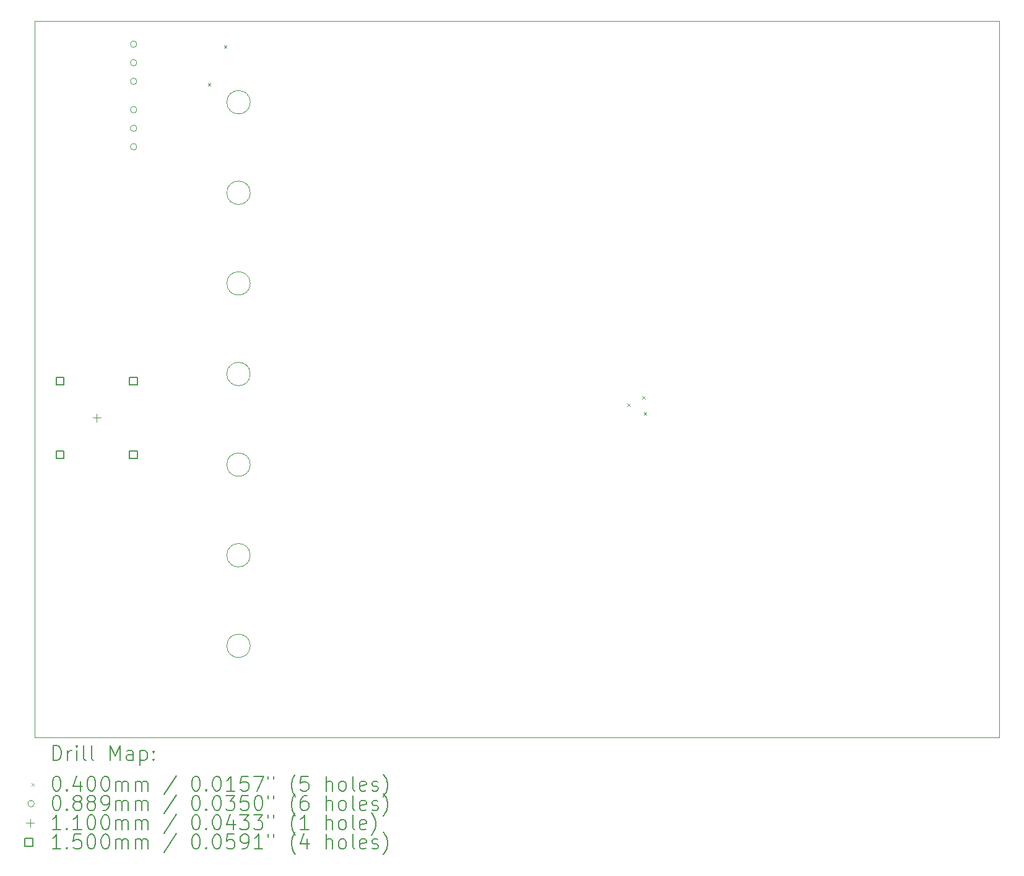
<source format=gbr>
%TF.GenerationSoftware,KiCad,Pcbnew,(6.0.8-1)-1*%
%TF.CreationDate,2022-10-31T21:03:16-04:00*%
%TF.ProjectId,Untitled,556e7469-746c-4656-942e-6b696361645f,rev?*%
%TF.SameCoordinates,Original*%
%TF.FileFunction,Drillmap*%
%TF.FilePolarity,Positive*%
%FSLAX45Y45*%
G04 Gerber Fmt 4.5, Leading zero omitted, Abs format (unit mm)*
G04 Created by KiCad (PCBNEW (6.0.8-1)-1) date 2022-10-31 21:03:16*
%MOMM*%
%LPD*%
G01*
G04 APERTURE LIST*
%ADD10C,0.100000*%
%ADD11C,0.200000*%
%ADD12C,0.040000*%
%ADD13C,0.088900*%
%ADD14C,0.110000*%
%ADD15C,0.150000*%
G04 APERTURE END LIST*
D10*
X7520000Y-5640000D02*
G75*
G03*
X7520000Y-5640000I-160000J0D01*
G01*
X7520000Y-11840000D02*
G75*
G03*
X7520000Y-11840000I-160000J0D01*
G01*
X7520000Y-10600000D02*
G75*
G03*
X7520000Y-10600000I-160000J0D01*
G01*
X4572000Y-3292000D02*
X17764000Y-3292000D01*
X17764000Y-3292000D02*
X17764000Y-13091000D01*
X17764000Y-13091000D02*
X4572000Y-13091000D01*
X4572000Y-13091000D02*
X4572000Y-3292000D01*
X7520000Y-6880000D02*
G75*
G03*
X7520000Y-6880000I-160000J0D01*
G01*
X7520000Y-8120000D02*
G75*
G03*
X7520000Y-8120000I-160000J0D01*
G01*
X7520000Y-9360000D02*
G75*
G03*
X7520000Y-9360000I-160000J0D01*
G01*
X7520000Y-4400000D02*
G75*
G03*
X7520000Y-4400000I-160000J0D01*
G01*
D11*
D12*
X6940000Y-4140000D02*
X6980000Y-4180000D01*
X6980000Y-4140000D02*
X6940000Y-4180000D01*
X7160000Y-3620000D02*
X7200000Y-3660000D01*
X7200000Y-3620000D02*
X7160000Y-3660000D01*
X12678000Y-8522000D02*
X12718000Y-8562000D01*
X12718000Y-8522000D02*
X12678000Y-8562000D01*
X12880000Y-8420000D02*
X12920000Y-8460000D01*
X12920000Y-8420000D02*
X12880000Y-8460000D01*
X12900000Y-8640000D02*
X12940000Y-8680000D01*
X12940000Y-8640000D02*
X12900000Y-8680000D01*
D13*
X5969460Y-3604750D02*
G75*
G03*
X5969460Y-3604750I-44450J0D01*
G01*
X5969460Y-3858750D02*
G75*
G03*
X5969460Y-3858750I-44450J0D01*
G01*
X5969460Y-4112750D02*
G75*
G03*
X5969460Y-4112750I-44450J0D01*
G01*
X5969460Y-4501250D02*
G75*
G03*
X5969460Y-4501250I-44450J0D01*
G01*
X5969460Y-4755250D02*
G75*
G03*
X5969460Y-4755250I-44450J0D01*
G01*
X5969460Y-5009250D02*
G75*
G03*
X5969460Y-5009250I-44450J0D01*
G01*
D14*
X5420000Y-8665000D02*
X5420000Y-8775000D01*
X5365000Y-8720000D02*
X5475000Y-8720000D01*
D15*
X4970534Y-8270533D02*
X4970534Y-8164466D01*
X4864467Y-8164466D01*
X4864467Y-8270533D01*
X4970534Y-8270533D01*
X4970534Y-9275534D02*
X4970534Y-9169467D01*
X4864467Y-9169467D01*
X4864467Y-9275534D01*
X4970534Y-9275534D01*
X5975533Y-8270533D02*
X5975533Y-8164466D01*
X5869466Y-8164466D01*
X5869466Y-8270533D01*
X5975533Y-8270533D01*
X5975533Y-9275534D02*
X5975533Y-9169467D01*
X5869466Y-9169467D01*
X5869466Y-9275534D01*
X5975533Y-9275534D01*
D11*
X4824619Y-13406476D02*
X4824619Y-13206476D01*
X4872238Y-13206476D01*
X4900810Y-13216000D01*
X4919857Y-13235048D01*
X4929381Y-13254095D01*
X4938905Y-13292190D01*
X4938905Y-13320762D01*
X4929381Y-13358857D01*
X4919857Y-13377905D01*
X4900810Y-13396952D01*
X4872238Y-13406476D01*
X4824619Y-13406476D01*
X5024619Y-13406476D02*
X5024619Y-13273143D01*
X5024619Y-13311238D02*
X5034143Y-13292190D01*
X5043667Y-13282667D01*
X5062714Y-13273143D01*
X5081762Y-13273143D01*
X5148429Y-13406476D02*
X5148429Y-13273143D01*
X5148429Y-13206476D02*
X5138905Y-13216000D01*
X5148429Y-13225524D01*
X5157952Y-13216000D01*
X5148429Y-13206476D01*
X5148429Y-13225524D01*
X5272238Y-13406476D02*
X5253190Y-13396952D01*
X5243667Y-13377905D01*
X5243667Y-13206476D01*
X5377000Y-13406476D02*
X5357952Y-13396952D01*
X5348429Y-13377905D01*
X5348429Y-13206476D01*
X5605571Y-13406476D02*
X5605571Y-13206476D01*
X5672238Y-13349333D01*
X5738905Y-13206476D01*
X5738905Y-13406476D01*
X5919857Y-13406476D02*
X5919857Y-13301714D01*
X5910333Y-13282667D01*
X5891286Y-13273143D01*
X5853190Y-13273143D01*
X5834143Y-13282667D01*
X5919857Y-13396952D02*
X5900809Y-13406476D01*
X5853190Y-13406476D01*
X5834143Y-13396952D01*
X5824619Y-13377905D01*
X5824619Y-13358857D01*
X5834143Y-13339809D01*
X5853190Y-13330286D01*
X5900809Y-13330286D01*
X5919857Y-13320762D01*
X6015095Y-13273143D02*
X6015095Y-13473143D01*
X6015095Y-13282667D02*
X6034143Y-13273143D01*
X6072238Y-13273143D01*
X6091286Y-13282667D01*
X6100809Y-13292190D01*
X6110333Y-13311238D01*
X6110333Y-13368381D01*
X6100809Y-13387428D01*
X6091286Y-13396952D01*
X6072238Y-13406476D01*
X6034143Y-13406476D01*
X6015095Y-13396952D01*
X6196048Y-13387428D02*
X6205571Y-13396952D01*
X6196048Y-13406476D01*
X6186524Y-13396952D01*
X6196048Y-13387428D01*
X6196048Y-13406476D01*
X6196048Y-13282667D02*
X6205571Y-13292190D01*
X6196048Y-13301714D01*
X6186524Y-13292190D01*
X6196048Y-13282667D01*
X6196048Y-13301714D01*
D12*
X4527000Y-13716000D02*
X4567000Y-13756000D01*
X4567000Y-13716000D02*
X4527000Y-13756000D01*
D11*
X4862714Y-13626476D02*
X4881762Y-13626476D01*
X4900810Y-13636000D01*
X4910333Y-13645524D01*
X4919857Y-13664571D01*
X4929381Y-13702667D01*
X4929381Y-13750286D01*
X4919857Y-13788381D01*
X4910333Y-13807428D01*
X4900810Y-13816952D01*
X4881762Y-13826476D01*
X4862714Y-13826476D01*
X4843667Y-13816952D01*
X4834143Y-13807428D01*
X4824619Y-13788381D01*
X4815095Y-13750286D01*
X4815095Y-13702667D01*
X4824619Y-13664571D01*
X4834143Y-13645524D01*
X4843667Y-13636000D01*
X4862714Y-13626476D01*
X5015095Y-13807428D02*
X5024619Y-13816952D01*
X5015095Y-13826476D01*
X5005571Y-13816952D01*
X5015095Y-13807428D01*
X5015095Y-13826476D01*
X5196048Y-13693143D02*
X5196048Y-13826476D01*
X5148429Y-13616952D02*
X5100810Y-13759809D01*
X5224619Y-13759809D01*
X5338905Y-13626476D02*
X5357952Y-13626476D01*
X5377000Y-13636000D01*
X5386524Y-13645524D01*
X5396048Y-13664571D01*
X5405571Y-13702667D01*
X5405571Y-13750286D01*
X5396048Y-13788381D01*
X5386524Y-13807428D01*
X5377000Y-13816952D01*
X5357952Y-13826476D01*
X5338905Y-13826476D01*
X5319857Y-13816952D01*
X5310333Y-13807428D01*
X5300810Y-13788381D01*
X5291286Y-13750286D01*
X5291286Y-13702667D01*
X5300810Y-13664571D01*
X5310333Y-13645524D01*
X5319857Y-13636000D01*
X5338905Y-13626476D01*
X5529381Y-13626476D02*
X5548429Y-13626476D01*
X5567476Y-13636000D01*
X5577000Y-13645524D01*
X5586524Y-13664571D01*
X5596048Y-13702667D01*
X5596048Y-13750286D01*
X5586524Y-13788381D01*
X5577000Y-13807428D01*
X5567476Y-13816952D01*
X5548429Y-13826476D01*
X5529381Y-13826476D01*
X5510333Y-13816952D01*
X5500810Y-13807428D01*
X5491286Y-13788381D01*
X5481762Y-13750286D01*
X5481762Y-13702667D01*
X5491286Y-13664571D01*
X5500810Y-13645524D01*
X5510333Y-13636000D01*
X5529381Y-13626476D01*
X5681762Y-13826476D02*
X5681762Y-13693143D01*
X5681762Y-13712190D02*
X5691286Y-13702667D01*
X5710333Y-13693143D01*
X5738905Y-13693143D01*
X5757952Y-13702667D01*
X5767476Y-13721714D01*
X5767476Y-13826476D01*
X5767476Y-13721714D02*
X5777000Y-13702667D01*
X5796048Y-13693143D01*
X5824619Y-13693143D01*
X5843667Y-13702667D01*
X5853190Y-13721714D01*
X5853190Y-13826476D01*
X5948428Y-13826476D02*
X5948428Y-13693143D01*
X5948428Y-13712190D02*
X5957952Y-13702667D01*
X5977000Y-13693143D01*
X6005571Y-13693143D01*
X6024619Y-13702667D01*
X6034143Y-13721714D01*
X6034143Y-13826476D01*
X6034143Y-13721714D02*
X6043667Y-13702667D01*
X6062714Y-13693143D01*
X6091286Y-13693143D01*
X6110333Y-13702667D01*
X6119857Y-13721714D01*
X6119857Y-13826476D01*
X6510333Y-13616952D02*
X6338905Y-13874095D01*
X6767476Y-13626476D02*
X6786524Y-13626476D01*
X6805571Y-13636000D01*
X6815095Y-13645524D01*
X6824619Y-13664571D01*
X6834143Y-13702667D01*
X6834143Y-13750286D01*
X6824619Y-13788381D01*
X6815095Y-13807428D01*
X6805571Y-13816952D01*
X6786524Y-13826476D01*
X6767476Y-13826476D01*
X6748428Y-13816952D01*
X6738905Y-13807428D01*
X6729381Y-13788381D01*
X6719857Y-13750286D01*
X6719857Y-13702667D01*
X6729381Y-13664571D01*
X6738905Y-13645524D01*
X6748428Y-13636000D01*
X6767476Y-13626476D01*
X6919857Y-13807428D02*
X6929381Y-13816952D01*
X6919857Y-13826476D01*
X6910333Y-13816952D01*
X6919857Y-13807428D01*
X6919857Y-13826476D01*
X7053190Y-13626476D02*
X7072238Y-13626476D01*
X7091286Y-13636000D01*
X7100809Y-13645524D01*
X7110333Y-13664571D01*
X7119857Y-13702667D01*
X7119857Y-13750286D01*
X7110333Y-13788381D01*
X7100809Y-13807428D01*
X7091286Y-13816952D01*
X7072238Y-13826476D01*
X7053190Y-13826476D01*
X7034143Y-13816952D01*
X7024619Y-13807428D01*
X7015095Y-13788381D01*
X7005571Y-13750286D01*
X7005571Y-13702667D01*
X7015095Y-13664571D01*
X7024619Y-13645524D01*
X7034143Y-13636000D01*
X7053190Y-13626476D01*
X7310333Y-13826476D02*
X7196048Y-13826476D01*
X7253190Y-13826476D02*
X7253190Y-13626476D01*
X7234143Y-13655048D01*
X7215095Y-13674095D01*
X7196048Y-13683619D01*
X7491286Y-13626476D02*
X7396048Y-13626476D01*
X7386524Y-13721714D01*
X7396048Y-13712190D01*
X7415095Y-13702667D01*
X7462714Y-13702667D01*
X7481762Y-13712190D01*
X7491286Y-13721714D01*
X7500809Y-13740762D01*
X7500809Y-13788381D01*
X7491286Y-13807428D01*
X7481762Y-13816952D01*
X7462714Y-13826476D01*
X7415095Y-13826476D01*
X7396048Y-13816952D01*
X7386524Y-13807428D01*
X7567476Y-13626476D02*
X7700809Y-13626476D01*
X7615095Y-13826476D01*
X7767476Y-13626476D02*
X7767476Y-13664571D01*
X7843667Y-13626476D02*
X7843667Y-13664571D01*
X8138905Y-13902667D02*
X8129381Y-13893143D01*
X8110333Y-13864571D01*
X8100809Y-13845524D01*
X8091286Y-13816952D01*
X8081762Y-13769333D01*
X8081762Y-13731238D01*
X8091286Y-13683619D01*
X8100809Y-13655048D01*
X8110333Y-13636000D01*
X8129381Y-13607428D01*
X8138905Y-13597905D01*
X8310333Y-13626476D02*
X8215095Y-13626476D01*
X8205571Y-13721714D01*
X8215095Y-13712190D01*
X8234143Y-13702667D01*
X8281762Y-13702667D01*
X8300809Y-13712190D01*
X8310333Y-13721714D01*
X8319857Y-13740762D01*
X8319857Y-13788381D01*
X8310333Y-13807428D01*
X8300809Y-13816952D01*
X8281762Y-13826476D01*
X8234143Y-13826476D01*
X8215095Y-13816952D01*
X8205571Y-13807428D01*
X8557952Y-13826476D02*
X8557952Y-13626476D01*
X8643667Y-13826476D02*
X8643667Y-13721714D01*
X8634143Y-13702667D01*
X8615095Y-13693143D01*
X8586524Y-13693143D01*
X8567476Y-13702667D01*
X8557952Y-13712190D01*
X8767476Y-13826476D02*
X8748429Y-13816952D01*
X8738905Y-13807428D01*
X8729381Y-13788381D01*
X8729381Y-13731238D01*
X8738905Y-13712190D01*
X8748429Y-13702667D01*
X8767476Y-13693143D01*
X8796048Y-13693143D01*
X8815095Y-13702667D01*
X8824619Y-13712190D01*
X8834143Y-13731238D01*
X8834143Y-13788381D01*
X8824619Y-13807428D01*
X8815095Y-13816952D01*
X8796048Y-13826476D01*
X8767476Y-13826476D01*
X8948429Y-13826476D02*
X8929381Y-13816952D01*
X8919857Y-13797905D01*
X8919857Y-13626476D01*
X9100810Y-13816952D02*
X9081762Y-13826476D01*
X9043667Y-13826476D01*
X9024619Y-13816952D01*
X9015095Y-13797905D01*
X9015095Y-13721714D01*
X9024619Y-13702667D01*
X9043667Y-13693143D01*
X9081762Y-13693143D01*
X9100810Y-13702667D01*
X9110333Y-13721714D01*
X9110333Y-13740762D01*
X9015095Y-13759809D01*
X9186524Y-13816952D02*
X9205571Y-13826476D01*
X9243667Y-13826476D01*
X9262714Y-13816952D01*
X9272238Y-13797905D01*
X9272238Y-13788381D01*
X9262714Y-13769333D01*
X9243667Y-13759809D01*
X9215095Y-13759809D01*
X9196048Y-13750286D01*
X9186524Y-13731238D01*
X9186524Y-13721714D01*
X9196048Y-13702667D01*
X9215095Y-13693143D01*
X9243667Y-13693143D01*
X9262714Y-13702667D01*
X9338905Y-13902667D02*
X9348429Y-13893143D01*
X9367476Y-13864571D01*
X9377000Y-13845524D01*
X9386524Y-13816952D01*
X9396048Y-13769333D01*
X9396048Y-13731238D01*
X9386524Y-13683619D01*
X9377000Y-13655048D01*
X9367476Y-13636000D01*
X9348429Y-13607428D01*
X9338905Y-13597905D01*
D13*
X4567000Y-14000000D02*
G75*
G03*
X4567000Y-14000000I-44450J0D01*
G01*
D11*
X4862714Y-13890476D02*
X4881762Y-13890476D01*
X4900810Y-13900000D01*
X4910333Y-13909524D01*
X4919857Y-13928571D01*
X4929381Y-13966667D01*
X4929381Y-14014286D01*
X4919857Y-14052381D01*
X4910333Y-14071428D01*
X4900810Y-14080952D01*
X4881762Y-14090476D01*
X4862714Y-14090476D01*
X4843667Y-14080952D01*
X4834143Y-14071428D01*
X4824619Y-14052381D01*
X4815095Y-14014286D01*
X4815095Y-13966667D01*
X4824619Y-13928571D01*
X4834143Y-13909524D01*
X4843667Y-13900000D01*
X4862714Y-13890476D01*
X5015095Y-14071428D02*
X5024619Y-14080952D01*
X5015095Y-14090476D01*
X5005571Y-14080952D01*
X5015095Y-14071428D01*
X5015095Y-14090476D01*
X5138905Y-13976190D02*
X5119857Y-13966667D01*
X5110333Y-13957143D01*
X5100810Y-13938095D01*
X5100810Y-13928571D01*
X5110333Y-13909524D01*
X5119857Y-13900000D01*
X5138905Y-13890476D01*
X5177000Y-13890476D01*
X5196048Y-13900000D01*
X5205571Y-13909524D01*
X5215095Y-13928571D01*
X5215095Y-13938095D01*
X5205571Y-13957143D01*
X5196048Y-13966667D01*
X5177000Y-13976190D01*
X5138905Y-13976190D01*
X5119857Y-13985714D01*
X5110333Y-13995238D01*
X5100810Y-14014286D01*
X5100810Y-14052381D01*
X5110333Y-14071428D01*
X5119857Y-14080952D01*
X5138905Y-14090476D01*
X5177000Y-14090476D01*
X5196048Y-14080952D01*
X5205571Y-14071428D01*
X5215095Y-14052381D01*
X5215095Y-14014286D01*
X5205571Y-13995238D01*
X5196048Y-13985714D01*
X5177000Y-13976190D01*
X5329381Y-13976190D02*
X5310333Y-13966667D01*
X5300810Y-13957143D01*
X5291286Y-13938095D01*
X5291286Y-13928571D01*
X5300810Y-13909524D01*
X5310333Y-13900000D01*
X5329381Y-13890476D01*
X5367476Y-13890476D01*
X5386524Y-13900000D01*
X5396048Y-13909524D01*
X5405571Y-13928571D01*
X5405571Y-13938095D01*
X5396048Y-13957143D01*
X5386524Y-13966667D01*
X5367476Y-13976190D01*
X5329381Y-13976190D01*
X5310333Y-13985714D01*
X5300810Y-13995238D01*
X5291286Y-14014286D01*
X5291286Y-14052381D01*
X5300810Y-14071428D01*
X5310333Y-14080952D01*
X5329381Y-14090476D01*
X5367476Y-14090476D01*
X5386524Y-14080952D01*
X5396048Y-14071428D01*
X5405571Y-14052381D01*
X5405571Y-14014286D01*
X5396048Y-13995238D01*
X5386524Y-13985714D01*
X5367476Y-13976190D01*
X5500810Y-14090476D02*
X5538905Y-14090476D01*
X5557952Y-14080952D01*
X5567476Y-14071428D01*
X5586524Y-14042857D01*
X5596048Y-14004762D01*
X5596048Y-13928571D01*
X5586524Y-13909524D01*
X5577000Y-13900000D01*
X5557952Y-13890476D01*
X5519857Y-13890476D01*
X5500810Y-13900000D01*
X5491286Y-13909524D01*
X5481762Y-13928571D01*
X5481762Y-13976190D01*
X5491286Y-13995238D01*
X5500810Y-14004762D01*
X5519857Y-14014286D01*
X5557952Y-14014286D01*
X5577000Y-14004762D01*
X5586524Y-13995238D01*
X5596048Y-13976190D01*
X5681762Y-14090476D02*
X5681762Y-13957143D01*
X5681762Y-13976190D02*
X5691286Y-13966667D01*
X5710333Y-13957143D01*
X5738905Y-13957143D01*
X5757952Y-13966667D01*
X5767476Y-13985714D01*
X5767476Y-14090476D01*
X5767476Y-13985714D02*
X5777000Y-13966667D01*
X5796048Y-13957143D01*
X5824619Y-13957143D01*
X5843667Y-13966667D01*
X5853190Y-13985714D01*
X5853190Y-14090476D01*
X5948428Y-14090476D02*
X5948428Y-13957143D01*
X5948428Y-13976190D02*
X5957952Y-13966667D01*
X5977000Y-13957143D01*
X6005571Y-13957143D01*
X6024619Y-13966667D01*
X6034143Y-13985714D01*
X6034143Y-14090476D01*
X6034143Y-13985714D02*
X6043667Y-13966667D01*
X6062714Y-13957143D01*
X6091286Y-13957143D01*
X6110333Y-13966667D01*
X6119857Y-13985714D01*
X6119857Y-14090476D01*
X6510333Y-13880952D02*
X6338905Y-14138095D01*
X6767476Y-13890476D02*
X6786524Y-13890476D01*
X6805571Y-13900000D01*
X6815095Y-13909524D01*
X6824619Y-13928571D01*
X6834143Y-13966667D01*
X6834143Y-14014286D01*
X6824619Y-14052381D01*
X6815095Y-14071428D01*
X6805571Y-14080952D01*
X6786524Y-14090476D01*
X6767476Y-14090476D01*
X6748428Y-14080952D01*
X6738905Y-14071428D01*
X6729381Y-14052381D01*
X6719857Y-14014286D01*
X6719857Y-13966667D01*
X6729381Y-13928571D01*
X6738905Y-13909524D01*
X6748428Y-13900000D01*
X6767476Y-13890476D01*
X6919857Y-14071428D02*
X6929381Y-14080952D01*
X6919857Y-14090476D01*
X6910333Y-14080952D01*
X6919857Y-14071428D01*
X6919857Y-14090476D01*
X7053190Y-13890476D02*
X7072238Y-13890476D01*
X7091286Y-13900000D01*
X7100809Y-13909524D01*
X7110333Y-13928571D01*
X7119857Y-13966667D01*
X7119857Y-14014286D01*
X7110333Y-14052381D01*
X7100809Y-14071428D01*
X7091286Y-14080952D01*
X7072238Y-14090476D01*
X7053190Y-14090476D01*
X7034143Y-14080952D01*
X7024619Y-14071428D01*
X7015095Y-14052381D01*
X7005571Y-14014286D01*
X7005571Y-13966667D01*
X7015095Y-13928571D01*
X7024619Y-13909524D01*
X7034143Y-13900000D01*
X7053190Y-13890476D01*
X7186524Y-13890476D02*
X7310333Y-13890476D01*
X7243667Y-13966667D01*
X7272238Y-13966667D01*
X7291286Y-13976190D01*
X7300809Y-13985714D01*
X7310333Y-14004762D01*
X7310333Y-14052381D01*
X7300809Y-14071428D01*
X7291286Y-14080952D01*
X7272238Y-14090476D01*
X7215095Y-14090476D01*
X7196048Y-14080952D01*
X7186524Y-14071428D01*
X7491286Y-13890476D02*
X7396048Y-13890476D01*
X7386524Y-13985714D01*
X7396048Y-13976190D01*
X7415095Y-13966667D01*
X7462714Y-13966667D01*
X7481762Y-13976190D01*
X7491286Y-13985714D01*
X7500809Y-14004762D01*
X7500809Y-14052381D01*
X7491286Y-14071428D01*
X7481762Y-14080952D01*
X7462714Y-14090476D01*
X7415095Y-14090476D01*
X7396048Y-14080952D01*
X7386524Y-14071428D01*
X7624619Y-13890476D02*
X7643667Y-13890476D01*
X7662714Y-13900000D01*
X7672238Y-13909524D01*
X7681762Y-13928571D01*
X7691286Y-13966667D01*
X7691286Y-14014286D01*
X7681762Y-14052381D01*
X7672238Y-14071428D01*
X7662714Y-14080952D01*
X7643667Y-14090476D01*
X7624619Y-14090476D01*
X7605571Y-14080952D01*
X7596048Y-14071428D01*
X7586524Y-14052381D01*
X7577000Y-14014286D01*
X7577000Y-13966667D01*
X7586524Y-13928571D01*
X7596048Y-13909524D01*
X7605571Y-13900000D01*
X7624619Y-13890476D01*
X7767476Y-13890476D02*
X7767476Y-13928571D01*
X7843667Y-13890476D02*
X7843667Y-13928571D01*
X8138905Y-14166667D02*
X8129381Y-14157143D01*
X8110333Y-14128571D01*
X8100809Y-14109524D01*
X8091286Y-14080952D01*
X8081762Y-14033333D01*
X8081762Y-13995238D01*
X8091286Y-13947619D01*
X8100809Y-13919048D01*
X8110333Y-13900000D01*
X8129381Y-13871428D01*
X8138905Y-13861905D01*
X8300809Y-13890476D02*
X8262714Y-13890476D01*
X8243667Y-13900000D01*
X8234143Y-13909524D01*
X8215095Y-13938095D01*
X8205571Y-13976190D01*
X8205571Y-14052381D01*
X8215095Y-14071428D01*
X8224619Y-14080952D01*
X8243667Y-14090476D01*
X8281762Y-14090476D01*
X8300809Y-14080952D01*
X8310333Y-14071428D01*
X8319857Y-14052381D01*
X8319857Y-14004762D01*
X8310333Y-13985714D01*
X8300809Y-13976190D01*
X8281762Y-13966667D01*
X8243667Y-13966667D01*
X8224619Y-13976190D01*
X8215095Y-13985714D01*
X8205571Y-14004762D01*
X8557952Y-14090476D02*
X8557952Y-13890476D01*
X8643667Y-14090476D02*
X8643667Y-13985714D01*
X8634143Y-13966667D01*
X8615095Y-13957143D01*
X8586524Y-13957143D01*
X8567476Y-13966667D01*
X8557952Y-13976190D01*
X8767476Y-14090476D02*
X8748429Y-14080952D01*
X8738905Y-14071428D01*
X8729381Y-14052381D01*
X8729381Y-13995238D01*
X8738905Y-13976190D01*
X8748429Y-13966667D01*
X8767476Y-13957143D01*
X8796048Y-13957143D01*
X8815095Y-13966667D01*
X8824619Y-13976190D01*
X8834143Y-13995238D01*
X8834143Y-14052381D01*
X8824619Y-14071428D01*
X8815095Y-14080952D01*
X8796048Y-14090476D01*
X8767476Y-14090476D01*
X8948429Y-14090476D02*
X8929381Y-14080952D01*
X8919857Y-14061905D01*
X8919857Y-13890476D01*
X9100810Y-14080952D02*
X9081762Y-14090476D01*
X9043667Y-14090476D01*
X9024619Y-14080952D01*
X9015095Y-14061905D01*
X9015095Y-13985714D01*
X9024619Y-13966667D01*
X9043667Y-13957143D01*
X9081762Y-13957143D01*
X9100810Y-13966667D01*
X9110333Y-13985714D01*
X9110333Y-14004762D01*
X9015095Y-14023809D01*
X9186524Y-14080952D02*
X9205571Y-14090476D01*
X9243667Y-14090476D01*
X9262714Y-14080952D01*
X9272238Y-14061905D01*
X9272238Y-14052381D01*
X9262714Y-14033333D01*
X9243667Y-14023809D01*
X9215095Y-14023809D01*
X9196048Y-14014286D01*
X9186524Y-13995238D01*
X9186524Y-13985714D01*
X9196048Y-13966667D01*
X9215095Y-13957143D01*
X9243667Y-13957143D01*
X9262714Y-13966667D01*
X9338905Y-14166667D02*
X9348429Y-14157143D01*
X9367476Y-14128571D01*
X9377000Y-14109524D01*
X9386524Y-14080952D01*
X9396048Y-14033333D01*
X9396048Y-13995238D01*
X9386524Y-13947619D01*
X9377000Y-13919048D01*
X9367476Y-13900000D01*
X9348429Y-13871428D01*
X9338905Y-13861905D01*
D14*
X4512000Y-14209000D02*
X4512000Y-14319000D01*
X4457000Y-14264000D02*
X4567000Y-14264000D01*
D11*
X4929381Y-14354476D02*
X4815095Y-14354476D01*
X4872238Y-14354476D02*
X4872238Y-14154476D01*
X4853190Y-14183048D01*
X4834143Y-14202095D01*
X4815095Y-14211619D01*
X5015095Y-14335428D02*
X5024619Y-14344952D01*
X5015095Y-14354476D01*
X5005571Y-14344952D01*
X5015095Y-14335428D01*
X5015095Y-14354476D01*
X5215095Y-14354476D02*
X5100810Y-14354476D01*
X5157952Y-14354476D02*
X5157952Y-14154476D01*
X5138905Y-14183048D01*
X5119857Y-14202095D01*
X5100810Y-14211619D01*
X5338905Y-14154476D02*
X5357952Y-14154476D01*
X5377000Y-14164000D01*
X5386524Y-14173524D01*
X5396048Y-14192571D01*
X5405571Y-14230667D01*
X5405571Y-14278286D01*
X5396048Y-14316381D01*
X5386524Y-14335428D01*
X5377000Y-14344952D01*
X5357952Y-14354476D01*
X5338905Y-14354476D01*
X5319857Y-14344952D01*
X5310333Y-14335428D01*
X5300810Y-14316381D01*
X5291286Y-14278286D01*
X5291286Y-14230667D01*
X5300810Y-14192571D01*
X5310333Y-14173524D01*
X5319857Y-14164000D01*
X5338905Y-14154476D01*
X5529381Y-14154476D02*
X5548429Y-14154476D01*
X5567476Y-14164000D01*
X5577000Y-14173524D01*
X5586524Y-14192571D01*
X5596048Y-14230667D01*
X5596048Y-14278286D01*
X5586524Y-14316381D01*
X5577000Y-14335428D01*
X5567476Y-14344952D01*
X5548429Y-14354476D01*
X5529381Y-14354476D01*
X5510333Y-14344952D01*
X5500810Y-14335428D01*
X5491286Y-14316381D01*
X5481762Y-14278286D01*
X5481762Y-14230667D01*
X5491286Y-14192571D01*
X5500810Y-14173524D01*
X5510333Y-14164000D01*
X5529381Y-14154476D01*
X5681762Y-14354476D02*
X5681762Y-14221143D01*
X5681762Y-14240190D02*
X5691286Y-14230667D01*
X5710333Y-14221143D01*
X5738905Y-14221143D01*
X5757952Y-14230667D01*
X5767476Y-14249714D01*
X5767476Y-14354476D01*
X5767476Y-14249714D02*
X5777000Y-14230667D01*
X5796048Y-14221143D01*
X5824619Y-14221143D01*
X5843667Y-14230667D01*
X5853190Y-14249714D01*
X5853190Y-14354476D01*
X5948428Y-14354476D02*
X5948428Y-14221143D01*
X5948428Y-14240190D02*
X5957952Y-14230667D01*
X5977000Y-14221143D01*
X6005571Y-14221143D01*
X6024619Y-14230667D01*
X6034143Y-14249714D01*
X6034143Y-14354476D01*
X6034143Y-14249714D02*
X6043667Y-14230667D01*
X6062714Y-14221143D01*
X6091286Y-14221143D01*
X6110333Y-14230667D01*
X6119857Y-14249714D01*
X6119857Y-14354476D01*
X6510333Y-14144952D02*
X6338905Y-14402095D01*
X6767476Y-14154476D02*
X6786524Y-14154476D01*
X6805571Y-14164000D01*
X6815095Y-14173524D01*
X6824619Y-14192571D01*
X6834143Y-14230667D01*
X6834143Y-14278286D01*
X6824619Y-14316381D01*
X6815095Y-14335428D01*
X6805571Y-14344952D01*
X6786524Y-14354476D01*
X6767476Y-14354476D01*
X6748428Y-14344952D01*
X6738905Y-14335428D01*
X6729381Y-14316381D01*
X6719857Y-14278286D01*
X6719857Y-14230667D01*
X6729381Y-14192571D01*
X6738905Y-14173524D01*
X6748428Y-14164000D01*
X6767476Y-14154476D01*
X6919857Y-14335428D02*
X6929381Y-14344952D01*
X6919857Y-14354476D01*
X6910333Y-14344952D01*
X6919857Y-14335428D01*
X6919857Y-14354476D01*
X7053190Y-14154476D02*
X7072238Y-14154476D01*
X7091286Y-14164000D01*
X7100809Y-14173524D01*
X7110333Y-14192571D01*
X7119857Y-14230667D01*
X7119857Y-14278286D01*
X7110333Y-14316381D01*
X7100809Y-14335428D01*
X7091286Y-14344952D01*
X7072238Y-14354476D01*
X7053190Y-14354476D01*
X7034143Y-14344952D01*
X7024619Y-14335428D01*
X7015095Y-14316381D01*
X7005571Y-14278286D01*
X7005571Y-14230667D01*
X7015095Y-14192571D01*
X7024619Y-14173524D01*
X7034143Y-14164000D01*
X7053190Y-14154476D01*
X7291286Y-14221143D02*
X7291286Y-14354476D01*
X7243667Y-14144952D02*
X7196048Y-14287809D01*
X7319857Y-14287809D01*
X7377000Y-14154476D02*
X7500809Y-14154476D01*
X7434143Y-14230667D01*
X7462714Y-14230667D01*
X7481762Y-14240190D01*
X7491286Y-14249714D01*
X7500809Y-14268762D01*
X7500809Y-14316381D01*
X7491286Y-14335428D01*
X7481762Y-14344952D01*
X7462714Y-14354476D01*
X7405571Y-14354476D01*
X7386524Y-14344952D01*
X7377000Y-14335428D01*
X7567476Y-14154476D02*
X7691286Y-14154476D01*
X7624619Y-14230667D01*
X7653190Y-14230667D01*
X7672238Y-14240190D01*
X7681762Y-14249714D01*
X7691286Y-14268762D01*
X7691286Y-14316381D01*
X7681762Y-14335428D01*
X7672238Y-14344952D01*
X7653190Y-14354476D01*
X7596048Y-14354476D01*
X7577000Y-14344952D01*
X7567476Y-14335428D01*
X7767476Y-14154476D02*
X7767476Y-14192571D01*
X7843667Y-14154476D02*
X7843667Y-14192571D01*
X8138905Y-14430667D02*
X8129381Y-14421143D01*
X8110333Y-14392571D01*
X8100809Y-14373524D01*
X8091286Y-14344952D01*
X8081762Y-14297333D01*
X8081762Y-14259238D01*
X8091286Y-14211619D01*
X8100809Y-14183048D01*
X8110333Y-14164000D01*
X8129381Y-14135428D01*
X8138905Y-14125905D01*
X8319857Y-14354476D02*
X8205571Y-14354476D01*
X8262714Y-14354476D02*
X8262714Y-14154476D01*
X8243667Y-14183048D01*
X8224619Y-14202095D01*
X8205571Y-14211619D01*
X8557952Y-14354476D02*
X8557952Y-14154476D01*
X8643667Y-14354476D02*
X8643667Y-14249714D01*
X8634143Y-14230667D01*
X8615095Y-14221143D01*
X8586524Y-14221143D01*
X8567476Y-14230667D01*
X8557952Y-14240190D01*
X8767476Y-14354476D02*
X8748429Y-14344952D01*
X8738905Y-14335428D01*
X8729381Y-14316381D01*
X8729381Y-14259238D01*
X8738905Y-14240190D01*
X8748429Y-14230667D01*
X8767476Y-14221143D01*
X8796048Y-14221143D01*
X8815095Y-14230667D01*
X8824619Y-14240190D01*
X8834143Y-14259238D01*
X8834143Y-14316381D01*
X8824619Y-14335428D01*
X8815095Y-14344952D01*
X8796048Y-14354476D01*
X8767476Y-14354476D01*
X8948429Y-14354476D02*
X8929381Y-14344952D01*
X8919857Y-14325905D01*
X8919857Y-14154476D01*
X9100810Y-14344952D02*
X9081762Y-14354476D01*
X9043667Y-14354476D01*
X9024619Y-14344952D01*
X9015095Y-14325905D01*
X9015095Y-14249714D01*
X9024619Y-14230667D01*
X9043667Y-14221143D01*
X9081762Y-14221143D01*
X9100810Y-14230667D01*
X9110333Y-14249714D01*
X9110333Y-14268762D01*
X9015095Y-14287809D01*
X9177000Y-14430667D02*
X9186524Y-14421143D01*
X9205571Y-14392571D01*
X9215095Y-14373524D01*
X9224619Y-14344952D01*
X9234143Y-14297333D01*
X9234143Y-14259238D01*
X9224619Y-14211619D01*
X9215095Y-14183048D01*
X9205571Y-14164000D01*
X9186524Y-14135428D01*
X9177000Y-14125905D01*
D15*
X4545034Y-14581033D02*
X4545034Y-14474966D01*
X4438967Y-14474966D01*
X4438967Y-14581033D01*
X4545034Y-14581033D01*
D11*
X4929381Y-14618476D02*
X4815095Y-14618476D01*
X4872238Y-14618476D02*
X4872238Y-14418476D01*
X4853190Y-14447048D01*
X4834143Y-14466095D01*
X4815095Y-14475619D01*
X5015095Y-14599428D02*
X5024619Y-14608952D01*
X5015095Y-14618476D01*
X5005571Y-14608952D01*
X5015095Y-14599428D01*
X5015095Y-14618476D01*
X5205571Y-14418476D02*
X5110333Y-14418476D01*
X5100810Y-14513714D01*
X5110333Y-14504190D01*
X5129381Y-14494667D01*
X5177000Y-14494667D01*
X5196048Y-14504190D01*
X5205571Y-14513714D01*
X5215095Y-14532762D01*
X5215095Y-14580381D01*
X5205571Y-14599428D01*
X5196048Y-14608952D01*
X5177000Y-14618476D01*
X5129381Y-14618476D01*
X5110333Y-14608952D01*
X5100810Y-14599428D01*
X5338905Y-14418476D02*
X5357952Y-14418476D01*
X5377000Y-14428000D01*
X5386524Y-14437524D01*
X5396048Y-14456571D01*
X5405571Y-14494667D01*
X5405571Y-14542286D01*
X5396048Y-14580381D01*
X5386524Y-14599428D01*
X5377000Y-14608952D01*
X5357952Y-14618476D01*
X5338905Y-14618476D01*
X5319857Y-14608952D01*
X5310333Y-14599428D01*
X5300810Y-14580381D01*
X5291286Y-14542286D01*
X5291286Y-14494667D01*
X5300810Y-14456571D01*
X5310333Y-14437524D01*
X5319857Y-14428000D01*
X5338905Y-14418476D01*
X5529381Y-14418476D02*
X5548429Y-14418476D01*
X5567476Y-14428000D01*
X5577000Y-14437524D01*
X5586524Y-14456571D01*
X5596048Y-14494667D01*
X5596048Y-14542286D01*
X5586524Y-14580381D01*
X5577000Y-14599428D01*
X5567476Y-14608952D01*
X5548429Y-14618476D01*
X5529381Y-14618476D01*
X5510333Y-14608952D01*
X5500810Y-14599428D01*
X5491286Y-14580381D01*
X5481762Y-14542286D01*
X5481762Y-14494667D01*
X5491286Y-14456571D01*
X5500810Y-14437524D01*
X5510333Y-14428000D01*
X5529381Y-14418476D01*
X5681762Y-14618476D02*
X5681762Y-14485143D01*
X5681762Y-14504190D02*
X5691286Y-14494667D01*
X5710333Y-14485143D01*
X5738905Y-14485143D01*
X5757952Y-14494667D01*
X5767476Y-14513714D01*
X5767476Y-14618476D01*
X5767476Y-14513714D02*
X5777000Y-14494667D01*
X5796048Y-14485143D01*
X5824619Y-14485143D01*
X5843667Y-14494667D01*
X5853190Y-14513714D01*
X5853190Y-14618476D01*
X5948428Y-14618476D02*
X5948428Y-14485143D01*
X5948428Y-14504190D02*
X5957952Y-14494667D01*
X5977000Y-14485143D01*
X6005571Y-14485143D01*
X6024619Y-14494667D01*
X6034143Y-14513714D01*
X6034143Y-14618476D01*
X6034143Y-14513714D02*
X6043667Y-14494667D01*
X6062714Y-14485143D01*
X6091286Y-14485143D01*
X6110333Y-14494667D01*
X6119857Y-14513714D01*
X6119857Y-14618476D01*
X6510333Y-14408952D02*
X6338905Y-14666095D01*
X6767476Y-14418476D02*
X6786524Y-14418476D01*
X6805571Y-14428000D01*
X6815095Y-14437524D01*
X6824619Y-14456571D01*
X6834143Y-14494667D01*
X6834143Y-14542286D01*
X6824619Y-14580381D01*
X6815095Y-14599428D01*
X6805571Y-14608952D01*
X6786524Y-14618476D01*
X6767476Y-14618476D01*
X6748428Y-14608952D01*
X6738905Y-14599428D01*
X6729381Y-14580381D01*
X6719857Y-14542286D01*
X6719857Y-14494667D01*
X6729381Y-14456571D01*
X6738905Y-14437524D01*
X6748428Y-14428000D01*
X6767476Y-14418476D01*
X6919857Y-14599428D02*
X6929381Y-14608952D01*
X6919857Y-14618476D01*
X6910333Y-14608952D01*
X6919857Y-14599428D01*
X6919857Y-14618476D01*
X7053190Y-14418476D02*
X7072238Y-14418476D01*
X7091286Y-14428000D01*
X7100809Y-14437524D01*
X7110333Y-14456571D01*
X7119857Y-14494667D01*
X7119857Y-14542286D01*
X7110333Y-14580381D01*
X7100809Y-14599428D01*
X7091286Y-14608952D01*
X7072238Y-14618476D01*
X7053190Y-14618476D01*
X7034143Y-14608952D01*
X7024619Y-14599428D01*
X7015095Y-14580381D01*
X7005571Y-14542286D01*
X7005571Y-14494667D01*
X7015095Y-14456571D01*
X7024619Y-14437524D01*
X7034143Y-14428000D01*
X7053190Y-14418476D01*
X7300809Y-14418476D02*
X7205571Y-14418476D01*
X7196048Y-14513714D01*
X7205571Y-14504190D01*
X7224619Y-14494667D01*
X7272238Y-14494667D01*
X7291286Y-14504190D01*
X7300809Y-14513714D01*
X7310333Y-14532762D01*
X7310333Y-14580381D01*
X7300809Y-14599428D01*
X7291286Y-14608952D01*
X7272238Y-14618476D01*
X7224619Y-14618476D01*
X7205571Y-14608952D01*
X7196048Y-14599428D01*
X7405571Y-14618476D02*
X7443667Y-14618476D01*
X7462714Y-14608952D01*
X7472238Y-14599428D01*
X7491286Y-14570857D01*
X7500809Y-14532762D01*
X7500809Y-14456571D01*
X7491286Y-14437524D01*
X7481762Y-14428000D01*
X7462714Y-14418476D01*
X7424619Y-14418476D01*
X7405571Y-14428000D01*
X7396048Y-14437524D01*
X7386524Y-14456571D01*
X7386524Y-14504190D01*
X7396048Y-14523238D01*
X7405571Y-14532762D01*
X7424619Y-14542286D01*
X7462714Y-14542286D01*
X7481762Y-14532762D01*
X7491286Y-14523238D01*
X7500809Y-14504190D01*
X7691286Y-14618476D02*
X7577000Y-14618476D01*
X7634143Y-14618476D02*
X7634143Y-14418476D01*
X7615095Y-14447048D01*
X7596048Y-14466095D01*
X7577000Y-14475619D01*
X7767476Y-14418476D02*
X7767476Y-14456571D01*
X7843667Y-14418476D02*
X7843667Y-14456571D01*
X8138905Y-14694667D02*
X8129381Y-14685143D01*
X8110333Y-14656571D01*
X8100809Y-14637524D01*
X8091286Y-14608952D01*
X8081762Y-14561333D01*
X8081762Y-14523238D01*
X8091286Y-14475619D01*
X8100809Y-14447048D01*
X8110333Y-14428000D01*
X8129381Y-14399428D01*
X8138905Y-14389905D01*
X8300809Y-14485143D02*
X8300809Y-14618476D01*
X8253190Y-14408952D02*
X8205571Y-14551809D01*
X8329381Y-14551809D01*
X8557952Y-14618476D02*
X8557952Y-14418476D01*
X8643667Y-14618476D02*
X8643667Y-14513714D01*
X8634143Y-14494667D01*
X8615095Y-14485143D01*
X8586524Y-14485143D01*
X8567476Y-14494667D01*
X8557952Y-14504190D01*
X8767476Y-14618476D02*
X8748429Y-14608952D01*
X8738905Y-14599428D01*
X8729381Y-14580381D01*
X8729381Y-14523238D01*
X8738905Y-14504190D01*
X8748429Y-14494667D01*
X8767476Y-14485143D01*
X8796048Y-14485143D01*
X8815095Y-14494667D01*
X8824619Y-14504190D01*
X8834143Y-14523238D01*
X8834143Y-14580381D01*
X8824619Y-14599428D01*
X8815095Y-14608952D01*
X8796048Y-14618476D01*
X8767476Y-14618476D01*
X8948429Y-14618476D02*
X8929381Y-14608952D01*
X8919857Y-14589905D01*
X8919857Y-14418476D01*
X9100810Y-14608952D02*
X9081762Y-14618476D01*
X9043667Y-14618476D01*
X9024619Y-14608952D01*
X9015095Y-14589905D01*
X9015095Y-14513714D01*
X9024619Y-14494667D01*
X9043667Y-14485143D01*
X9081762Y-14485143D01*
X9100810Y-14494667D01*
X9110333Y-14513714D01*
X9110333Y-14532762D01*
X9015095Y-14551809D01*
X9186524Y-14608952D02*
X9205571Y-14618476D01*
X9243667Y-14618476D01*
X9262714Y-14608952D01*
X9272238Y-14589905D01*
X9272238Y-14580381D01*
X9262714Y-14561333D01*
X9243667Y-14551809D01*
X9215095Y-14551809D01*
X9196048Y-14542286D01*
X9186524Y-14523238D01*
X9186524Y-14513714D01*
X9196048Y-14494667D01*
X9215095Y-14485143D01*
X9243667Y-14485143D01*
X9262714Y-14494667D01*
X9338905Y-14694667D02*
X9348429Y-14685143D01*
X9367476Y-14656571D01*
X9377000Y-14637524D01*
X9386524Y-14608952D01*
X9396048Y-14561333D01*
X9396048Y-14523238D01*
X9386524Y-14475619D01*
X9377000Y-14447048D01*
X9367476Y-14428000D01*
X9348429Y-14399428D01*
X9338905Y-14389905D01*
M02*

</source>
